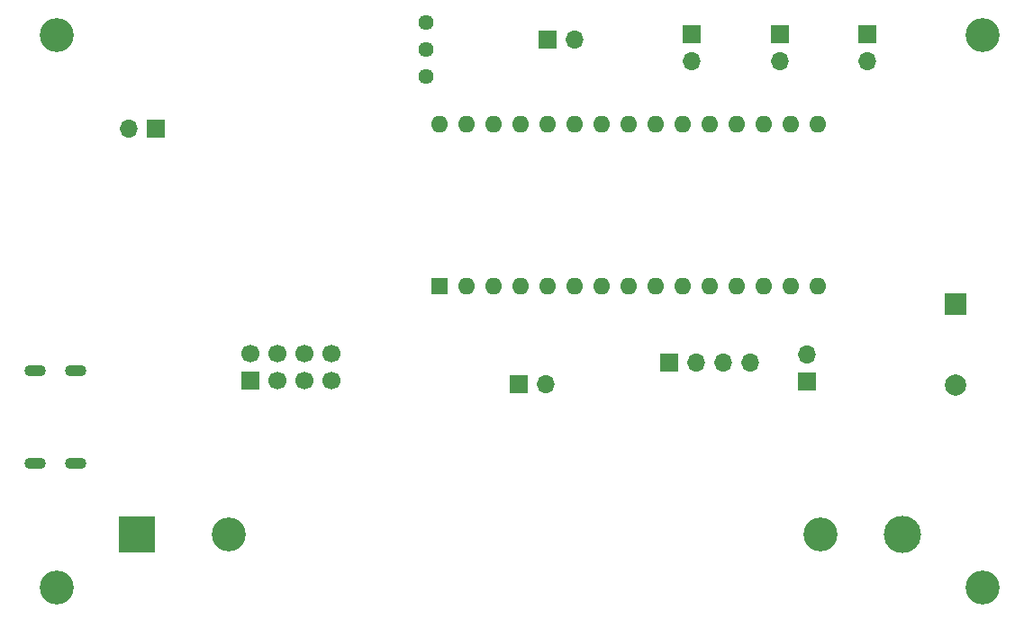
<source format=gbs>
%TF.GenerationSoftware,KiCad,Pcbnew,(6.0.7)*%
%TF.CreationDate,2022-10-31T09:28:38+01:00*%
%TF.ProjectId,Callsystem,43616c6c-7379-4737-9465-6d2e6b696361,1*%
%TF.SameCoordinates,Original*%
%TF.FileFunction,Soldermask,Bot*%
%TF.FilePolarity,Negative*%
%FSLAX46Y46*%
G04 Gerber Fmt 4.6, Leading zero omitted, Abs format (unit mm)*
G04 Created by KiCad (PCBNEW (6.0.7)) date 2022-10-31 09:28:38*
%MOMM*%
%LPD*%
G01*
G04 APERTURE LIST*
%ADD10O,2.000000X1.100000*%
%ADD11R,1.700000X1.700000*%
%ADD12O,1.700000X1.700000*%
%ADD13C,3.200000*%
%ADD14R,1.600000X1.600000*%
%ADD15O,1.600000X1.600000*%
%ADD16C,1.440000*%
%ADD17R,3.500000X3.500000*%
%ADD18C,3.500000*%
%ADD19R,2.000000X2.000000*%
%ADD20C,2.000000*%
%ADD21C,1.700000*%
G04 APERTURE END LIST*
D10*
X51930000Y-85660000D03*
X51930000Y-94300000D03*
X55730000Y-94300000D03*
X55730000Y-85660000D03*
D11*
X63251000Y-62865000D03*
D12*
X60711000Y-62865000D03*
D11*
X100076000Y-54478000D03*
D12*
X102616000Y-54478000D03*
D13*
X54000000Y-106000000D03*
D14*
X89950000Y-77620000D03*
D15*
X92490000Y-77620000D03*
X95030000Y-77620000D03*
X97570000Y-77620000D03*
X100110000Y-77620000D03*
X102650000Y-77620000D03*
X105190000Y-77620000D03*
X107730000Y-77620000D03*
X110270000Y-77620000D03*
X112810000Y-77620000D03*
X115350000Y-77620000D03*
X117890000Y-77620000D03*
X120430000Y-77620000D03*
X122970000Y-77620000D03*
X125510000Y-77620000D03*
X125510000Y-62380000D03*
X122970000Y-62380000D03*
X120430000Y-62380000D03*
X117890000Y-62380000D03*
X115350000Y-62380000D03*
X112810000Y-62380000D03*
X110270000Y-62380000D03*
X107730000Y-62380000D03*
X105190000Y-62380000D03*
X102650000Y-62380000D03*
X100110000Y-62380000D03*
X97570000Y-62380000D03*
X95030000Y-62380000D03*
X92490000Y-62380000D03*
X89950000Y-62380000D03*
D16*
X88646000Y-52832000D03*
X88646000Y-55372000D03*
X88646000Y-57912000D03*
D11*
X97404000Y-86868000D03*
D12*
X99944000Y-86868000D03*
D13*
X125755000Y-101000000D03*
X70145000Y-101000000D03*
D17*
X61500000Y-101000000D03*
D18*
X133500000Y-101000000D03*
D13*
X141000000Y-106000000D03*
D19*
X138430000Y-79385000D03*
D20*
X138430000Y-86985000D03*
D13*
X141000000Y-54000000D03*
X54000000Y-54000000D03*
D11*
X72190000Y-86526500D03*
D21*
X72190000Y-83986500D03*
X74730000Y-86526500D03*
X74730000Y-83986500D03*
X77270000Y-86526500D03*
X77270000Y-83986500D03*
X79810000Y-86526500D03*
X79810000Y-83986500D03*
D11*
X111516000Y-84836000D03*
D12*
X114056000Y-84836000D03*
X116596000Y-84836000D03*
X119136000Y-84836000D03*
D11*
X124460000Y-86619000D03*
D12*
X124460000Y-84079000D03*
D11*
X130175000Y-53975000D03*
D12*
X130175000Y-56515000D03*
D11*
X121920000Y-53970000D03*
D12*
X121920000Y-56510000D03*
D11*
X113665000Y-53975000D03*
D12*
X113665000Y-56515000D03*
M02*

</source>
